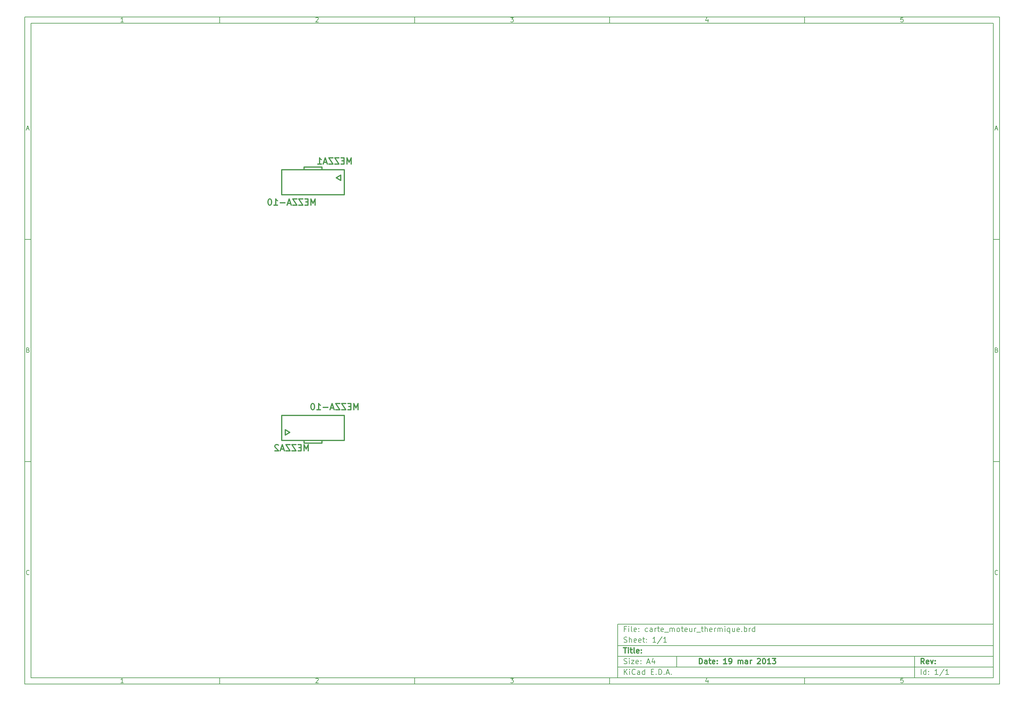
<source format=gbo>
G04 (created by PCBNEW-RS274X (2012-01-19 BZR 3256)-stable) date 19/03/2013 15:02:58*
G01*
G70*
G90*
%MOIN*%
G04 Gerber Fmt 3.4, Leading zero omitted, Abs format*
%FSLAX34Y34*%
G04 APERTURE LIST*
%ADD10C,0.006000*%
%ADD11C,0.012000*%
%ADD12C,0.014000*%
%ADD13C,0.095000*%
%ADD14R,0.095000X0.095000*%
%ADD15C,0.235000*%
%ADD16C,0.105000*%
%ADD17R,0.075000X0.075000*%
%ADD18C,0.075000*%
%ADD19R,0.090000X0.090000*%
%ADD20C,0.090000*%
%ADD21C,0.295600*%
%ADD22R,0.110000X0.082000*%
%ADD23O,0.110000X0.082000*%
G04 APERTURE END LIST*
G54D10*
X04000Y-04000D02*
X113000Y-04000D01*
X113000Y-78670D01*
X04000Y-78670D01*
X04000Y-04000D01*
X04700Y-04700D02*
X112300Y-04700D01*
X112300Y-77970D01*
X04700Y-77970D01*
X04700Y-04700D01*
X25800Y-04000D02*
X25800Y-04700D01*
X15043Y-04552D02*
X14757Y-04552D01*
X14900Y-04552D02*
X14900Y-04052D01*
X14852Y-04124D01*
X14805Y-04171D01*
X14757Y-04195D01*
X25800Y-78670D02*
X25800Y-77970D01*
X15043Y-78522D02*
X14757Y-78522D01*
X14900Y-78522D02*
X14900Y-78022D01*
X14852Y-78094D01*
X14805Y-78141D01*
X14757Y-78165D01*
X47600Y-04000D02*
X47600Y-04700D01*
X36557Y-04100D02*
X36581Y-04076D01*
X36629Y-04052D01*
X36748Y-04052D01*
X36795Y-04076D01*
X36819Y-04100D01*
X36843Y-04148D01*
X36843Y-04195D01*
X36819Y-04267D01*
X36533Y-04552D01*
X36843Y-04552D01*
X47600Y-78670D02*
X47600Y-77970D01*
X36557Y-78070D02*
X36581Y-78046D01*
X36629Y-78022D01*
X36748Y-78022D01*
X36795Y-78046D01*
X36819Y-78070D01*
X36843Y-78118D01*
X36843Y-78165D01*
X36819Y-78237D01*
X36533Y-78522D01*
X36843Y-78522D01*
X69400Y-04000D02*
X69400Y-04700D01*
X58333Y-04052D02*
X58643Y-04052D01*
X58476Y-04243D01*
X58548Y-04243D01*
X58595Y-04267D01*
X58619Y-04290D01*
X58643Y-04338D01*
X58643Y-04457D01*
X58619Y-04505D01*
X58595Y-04529D01*
X58548Y-04552D01*
X58405Y-04552D01*
X58357Y-04529D01*
X58333Y-04505D01*
X69400Y-78670D02*
X69400Y-77970D01*
X58333Y-78022D02*
X58643Y-78022D01*
X58476Y-78213D01*
X58548Y-78213D01*
X58595Y-78237D01*
X58619Y-78260D01*
X58643Y-78308D01*
X58643Y-78427D01*
X58619Y-78475D01*
X58595Y-78499D01*
X58548Y-78522D01*
X58405Y-78522D01*
X58357Y-78499D01*
X58333Y-78475D01*
X91200Y-04000D02*
X91200Y-04700D01*
X80395Y-04219D02*
X80395Y-04552D01*
X80276Y-04029D02*
X80157Y-04386D01*
X80467Y-04386D01*
X91200Y-78670D02*
X91200Y-77970D01*
X80395Y-78189D02*
X80395Y-78522D01*
X80276Y-77999D02*
X80157Y-78356D01*
X80467Y-78356D01*
X102219Y-04052D02*
X101981Y-04052D01*
X101957Y-04290D01*
X101981Y-04267D01*
X102029Y-04243D01*
X102148Y-04243D01*
X102195Y-04267D01*
X102219Y-04290D01*
X102243Y-04338D01*
X102243Y-04457D01*
X102219Y-04505D01*
X102195Y-04529D01*
X102148Y-04552D01*
X102029Y-04552D01*
X101981Y-04529D01*
X101957Y-04505D01*
X102219Y-78022D02*
X101981Y-78022D01*
X101957Y-78260D01*
X101981Y-78237D01*
X102029Y-78213D01*
X102148Y-78213D01*
X102195Y-78237D01*
X102219Y-78260D01*
X102243Y-78308D01*
X102243Y-78427D01*
X102219Y-78475D01*
X102195Y-78499D01*
X102148Y-78522D01*
X102029Y-78522D01*
X101981Y-78499D01*
X101957Y-78475D01*
X04000Y-28890D02*
X04700Y-28890D01*
X04231Y-16510D02*
X04469Y-16510D01*
X04184Y-16652D02*
X04350Y-16152D01*
X04517Y-16652D01*
X113000Y-28890D02*
X112300Y-28890D01*
X112531Y-16510D02*
X112769Y-16510D01*
X112484Y-16652D02*
X112650Y-16152D01*
X112817Y-16652D01*
X04000Y-53780D02*
X04700Y-53780D01*
X04386Y-41280D02*
X04457Y-41304D01*
X04481Y-41328D01*
X04505Y-41376D01*
X04505Y-41447D01*
X04481Y-41495D01*
X04457Y-41519D01*
X04410Y-41542D01*
X04219Y-41542D01*
X04219Y-41042D01*
X04386Y-41042D01*
X04433Y-41066D01*
X04457Y-41090D01*
X04481Y-41138D01*
X04481Y-41185D01*
X04457Y-41233D01*
X04433Y-41257D01*
X04386Y-41280D01*
X04219Y-41280D01*
X113000Y-53780D02*
X112300Y-53780D01*
X112686Y-41280D02*
X112757Y-41304D01*
X112781Y-41328D01*
X112805Y-41376D01*
X112805Y-41447D01*
X112781Y-41495D01*
X112757Y-41519D01*
X112710Y-41542D01*
X112519Y-41542D01*
X112519Y-41042D01*
X112686Y-41042D01*
X112733Y-41066D01*
X112757Y-41090D01*
X112781Y-41138D01*
X112781Y-41185D01*
X112757Y-41233D01*
X112733Y-41257D01*
X112686Y-41280D01*
X112519Y-41280D01*
X04505Y-66385D02*
X04481Y-66409D01*
X04410Y-66432D01*
X04362Y-66432D01*
X04290Y-66409D01*
X04243Y-66361D01*
X04219Y-66313D01*
X04195Y-66218D01*
X04195Y-66147D01*
X04219Y-66051D01*
X04243Y-66004D01*
X04290Y-65956D01*
X04362Y-65932D01*
X04410Y-65932D01*
X04481Y-65956D01*
X04505Y-65980D01*
X112805Y-66385D02*
X112781Y-66409D01*
X112710Y-66432D01*
X112662Y-66432D01*
X112590Y-66409D01*
X112543Y-66361D01*
X112519Y-66313D01*
X112495Y-66218D01*
X112495Y-66147D01*
X112519Y-66051D01*
X112543Y-66004D01*
X112590Y-65956D01*
X112662Y-65932D01*
X112710Y-65932D01*
X112781Y-65956D01*
X112805Y-65980D01*
G54D11*
X79443Y-76413D02*
X79443Y-75813D01*
X79586Y-75813D01*
X79671Y-75841D01*
X79729Y-75899D01*
X79757Y-75956D01*
X79786Y-76070D01*
X79786Y-76156D01*
X79757Y-76270D01*
X79729Y-76327D01*
X79671Y-76384D01*
X79586Y-76413D01*
X79443Y-76413D01*
X80300Y-76413D02*
X80300Y-76099D01*
X80271Y-76041D01*
X80214Y-76013D01*
X80100Y-76013D01*
X80043Y-76041D01*
X80300Y-76384D02*
X80243Y-76413D01*
X80100Y-76413D01*
X80043Y-76384D01*
X80014Y-76327D01*
X80014Y-76270D01*
X80043Y-76213D01*
X80100Y-76184D01*
X80243Y-76184D01*
X80300Y-76156D01*
X80500Y-76013D02*
X80729Y-76013D01*
X80586Y-75813D02*
X80586Y-76327D01*
X80614Y-76384D01*
X80672Y-76413D01*
X80729Y-76413D01*
X81157Y-76384D02*
X81100Y-76413D01*
X80986Y-76413D01*
X80929Y-76384D01*
X80900Y-76327D01*
X80900Y-76099D01*
X80929Y-76041D01*
X80986Y-76013D01*
X81100Y-76013D01*
X81157Y-76041D01*
X81186Y-76099D01*
X81186Y-76156D01*
X80900Y-76213D01*
X81443Y-76356D02*
X81471Y-76384D01*
X81443Y-76413D01*
X81414Y-76384D01*
X81443Y-76356D01*
X81443Y-76413D01*
X81443Y-76041D02*
X81471Y-76070D01*
X81443Y-76099D01*
X81414Y-76070D01*
X81443Y-76041D01*
X81443Y-76099D01*
X82500Y-76413D02*
X82157Y-76413D01*
X82329Y-76413D02*
X82329Y-75813D01*
X82272Y-75899D01*
X82214Y-75956D01*
X82157Y-75984D01*
X82785Y-76413D02*
X82900Y-76413D01*
X82957Y-76384D01*
X82985Y-76356D01*
X83043Y-76270D01*
X83071Y-76156D01*
X83071Y-75927D01*
X83043Y-75870D01*
X83014Y-75841D01*
X82957Y-75813D01*
X82843Y-75813D01*
X82785Y-75841D01*
X82757Y-75870D01*
X82728Y-75927D01*
X82728Y-76070D01*
X82757Y-76127D01*
X82785Y-76156D01*
X82843Y-76184D01*
X82957Y-76184D01*
X83014Y-76156D01*
X83043Y-76127D01*
X83071Y-76070D01*
X83785Y-76413D02*
X83785Y-76013D01*
X83785Y-76070D02*
X83813Y-76041D01*
X83871Y-76013D01*
X83956Y-76013D01*
X84013Y-76041D01*
X84042Y-76099D01*
X84042Y-76413D01*
X84042Y-76099D02*
X84071Y-76041D01*
X84128Y-76013D01*
X84213Y-76013D01*
X84271Y-76041D01*
X84299Y-76099D01*
X84299Y-76413D01*
X84842Y-76413D02*
X84842Y-76099D01*
X84813Y-76041D01*
X84756Y-76013D01*
X84642Y-76013D01*
X84585Y-76041D01*
X84842Y-76384D02*
X84785Y-76413D01*
X84642Y-76413D01*
X84585Y-76384D01*
X84556Y-76327D01*
X84556Y-76270D01*
X84585Y-76213D01*
X84642Y-76184D01*
X84785Y-76184D01*
X84842Y-76156D01*
X85128Y-76413D02*
X85128Y-76013D01*
X85128Y-76127D02*
X85156Y-76070D01*
X85185Y-76041D01*
X85242Y-76013D01*
X85299Y-76013D01*
X85927Y-75870D02*
X85956Y-75841D01*
X86013Y-75813D01*
X86156Y-75813D01*
X86213Y-75841D01*
X86242Y-75870D01*
X86270Y-75927D01*
X86270Y-75984D01*
X86242Y-76070D01*
X85899Y-76413D01*
X86270Y-76413D01*
X86641Y-75813D02*
X86698Y-75813D01*
X86755Y-75841D01*
X86784Y-75870D01*
X86813Y-75927D01*
X86841Y-76041D01*
X86841Y-76184D01*
X86813Y-76299D01*
X86784Y-76356D01*
X86755Y-76384D01*
X86698Y-76413D01*
X86641Y-76413D01*
X86584Y-76384D01*
X86555Y-76356D01*
X86527Y-76299D01*
X86498Y-76184D01*
X86498Y-76041D01*
X86527Y-75927D01*
X86555Y-75870D01*
X86584Y-75841D01*
X86641Y-75813D01*
X87412Y-76413D02*
X87069Y-76413D01*
X87241Y-76413D02*
X87241Y-75813D01*
X87184Y-75899D01*
X87126Y-75956D01*
X87069Y-75984D01*
X87612Y-75813D02*
X87983Y-75813D01*
X87783Y-76041D01*
X87869Y-76041D01*
X87926Y-76070D01*
X87955Y-76099D01*
X87983Y-76156D01*
X87983Y-76299D01*
X87955Y-76356D01*
X87926Y-76384D01*
X87869Y-76413D01*
X87697Y-76413D01*
X87640Y-76384D01*
X87612Y-76356D01*
G54D10*
X71043Y-77613D02*
X71043Y-77013D01*
X71386Y-77613D02*
X71129Y-77270D01*
X71386Y-77013D02*
X71043Y-77356D01*
X71643Y-77613D02*
X71643Y-77213D01*
X71643Y-77013D02*
X71614Y-77041D01*
X71643Y-77070D01*
X71671Y-77041D01*
X71643Y-77013D01*
X71643Y-77070D01*
X72272Y-77556D02*
X72243Y-77584D01*
X72157Y-77613D01*
X72100Y-77613D01*
X72015Y-77584D01*
X71957Y-77527D01*
X71929Y-77470D01*
X71900Y-77356D01*
X71900Y-77270D01*
X71929Y-77156D01*
X71957Y-77099D01*
X72015Y-77041D01*
X72100Y-77013D01*
X72157Y-77013D01*
X72243Y-77041D01*
X72272Y-77070D01*
X72786Y-77613D02*
X72786Y-77299D01*
X72757Y-77241D01*
X72700Y-77213D01*
X72586Y-77213D01*
X72529Y-77241D01*
X72786Y-77584D02*
X72729Y-77613D01*
X72586Y-77613D01*
X72529Y-77584D01*
X72500Y-77527D01*
X72500Y-77470D01*
X72529Y-77413D01*
X72586Y-77384D01*
X72729Y-77384D01*
X72786Y-77356D01*
X73329Y-77613D02*
X73329Y-77013D01*
X73329Y-77584D02*
X73272Y-77613D01*
X73158Y-77613D01*
X73100Y-77584D01*
X73072Y-77556D01*
X73043Y-77499D01*
X73043Y-77327D01*
X73072Y-77270D01*
X73100Y-77241D01*
X73158Y-77213D01*
X73272Y-77213D01*
X73329Y-77241D01*
X74072Y-77299D02*
X74272Y-77299D01*
X74358Y-77613D02*
X74072Y-77613D01*
X74072Y-77013D01*
X74358Y-77013D01*
X74615Y-77556D02*
X74643Y-77584D01*
X74615Y-77613D01*
X74586Y-77584D01*
X74615Y-77556D01*
X74615Y-77613D01*
X74901Y-77613D02*
X74901Y-77013D01*
X75044Y-77013D01*
X75129Y-77041D01*
X75187Y-77099D01*
X75215Y-77156D01*
X75244Y-77270D01*
X75244Y-77356D01*
X75215Y-77470D01*
X75187Y-77527D01*
X75129Y-77584D01*
X75044Y-77613D01*
X74901Y-77613D01*
X75501Y-77556D02*
X75529Y-77584D01*
X75501Y-77613D01*
X75472Y-77584D01*
X75501Y-77556D01*
X75501Y-77613D01*
X75758Y-77441D02*
X76044Y-77441D01*
X75701Y-77613D02*
X75901Y-77013D01*
X76101Y-77613D01*
X76301Y-77556D02*
X76329Y-77584D01*
X76301Y-77613D01*
X76272Y-77584D01*
X76301Y-77556D01*
X76301Y-77613D01*
G54D11*
X104586Y-76413D02*
X104386Y-76127D01*
X104243Y-76413D02*
X104243Y-75813D01*
X104471Y-75813D01*
X104529Y-75841D01*
X104557Y-75870D01*
X104586Y-75927D01*
X104586Y-76013D01*
X104557Y-76070D01*
X104529Y-76099D01*
X104471Y-76127D01*
X104243Y-76127D01*
X105071Y-76384D02*
X105014Y-76413D01*
X104900Y-76413D01*
X104843Y-76384D01*
X104814Y-76327D01*
X104814Y-76099D01*
X104843Y-76041D01*
X104900Y-76013D01*
X105014Y-76013D01*
X105071Y-76041D01*
X105100Y-76099D01*
X105100Y-76156D01*
X104814Y-76213D01*
X105300Y-76013D02*
X105443Y-76413D01*
X105585Y-76013D01*
X105814Y-76356D02*
X105842Y-76384D01*
X105814Y-76413D01*
X105785Y-76384D01*
X105814Y-76356D01*
X105814Y-76413D01*
X105814Y-76041D02*
X105842Y-76070D01*
X105814Y-76099D01*
X105785Y-76070D01*
X105814Y-76041D01*
X105814Y-76099D01*
G54D10*
X71014Y-76384D02*
X71100Y-76413D01*
X71243Y-76413D01*
X71300Y-76384D01*
X71329Y-76356D01*
X71357Y-76299D01*
X71357Y-76241D01*
X71329Y-76184D01*
X71300Y-76156D01*
X71243Y-76127D01*
X71129Y-76099D01*
X71071Y-76070D01*
X71043Y-76041D01*
X71014Y-75984D01*
X71014Y-75927D01*
X71043Y-75870D01*
X71071Y-75841D01*
X71129Y-75813D01*
X71271Y-75813D01*
X71357Y-75841D01*
X71614Y-76413D02*
X71614Y-76013D01*
X71614Y-75813D02*
X71585Y-75841D01*
X71614Y-75870D01*
X71642Y-75841D01*
X71614Y-75813D01*
X71614Y-75870D01*
X71843Y-76013D02*
X72157Y-76013D01*
X71843Y-76413D01*
X72157Y-76413D01*
X72614Y-76384D02*
X72557Y-76413D01*
X72443Y-76413D01*
X72386Y-76384D01*
X72357Y-76327D01*
X72357Y-76099D01*
X72386Y-76041D01*
X72443Y-76013D01*
X72557Y-76013D01*
X72614Y-76041D01*
X72643Y-76099D01*
X72643Y-76156D01*
X72357Y-76213D01*
X72900Y-76356D02*
X72928Y-76384D01*
X72900Y-76413D01*
X72871Y-76384D01*
X72900Y-76356D01*
X72900Y-76413D01*
X72900Y-76041D02*
X72928Y-76070D01*
X72900Y-76099D01*
X72871Y-76070D01*
X72900Y-76041D01*
X72900Y-76099D01*
X73614Y-76241D02*
X73900Y-76241D01*
X73557Y-76413D02*
X73757Y-75813D01*
X73957Y-76413D01*
X74414Y-76013D02*
X74414Y-76413D01*
X74271Y-75784D02*
X74128Y-76213D01*
X74500Y-76213D01*
X104243Y-77613D02*
X104243Y-77013D01*
X104786Y-77613D02*
X104786Y-77013D01*
X104786Y-77584D02*
X104729Y-77613D01*
X104615Y-77613D01*
X104557Y-77584D01*
X104529Y-77556D01*
X104500Y-77499D01*
X104500Y-77327D01*
X104529Y-77270D01*
X104557Y-77241D01*
X104615Y-77213D01*
X104729Y-77213D01*
X104786Y-77241D01*
X105072Y-77556D02*
X105100Y-77584D01*
X105072Y-77613D01*
X105043Y-77584D01*
X105072Y-77556D01*
X105072Y-77613D01*
X105072Y-77241D02*
X105100Y-77270D01*
X105072Y-77299D01*
X105043Y-77270D01*
X105072Y-77241D01*
X105072Y-77299D01*
X106129Y-77613D02*
X105786Y-77613D01*
X105958Y-77613D02*
X105958Y-77013D01*
X105901Y-77099D01*
X105843Y-77156D01*
X105786Y-77184D01*
X106814Y-76984D02*
X106300Y-77756D01*
X107329Y-77613D02*
X106986Y-77613D01*
X107158Y-77613D02*
X107158Y-77013D01*
X107101Y-77099D01*
X107043Y-77156D01*
X106986Y-77184D01*
G54D11*
X70957Y-74613D02*
X71300Y-74613D01*
X71129Y-75213D02*
X71129Y-74613D01*
X71500Y-75213D02*
X71500Y-74813D01*
X71500Y-74613D02*
X71471Y-74641D01*
X71500Y-74670D01*
X71528Y-74641D01*
X71500Y-74613D01*
X71500Y-74670D01*
X71700Y-74813D02*
X71929Y-74813D01*
X71786Y-74613D02*
X71786Y-75127D01*
X71814Y-75184D01*
X71872Y-75213D01*
X71929Y-75213D01*
X72215Y-75213D02*
X72157Y-75184D01*
X72129Y-75127D01*
X72129Y-74613D01*
X72671Y-75184D02*
X72614Y-75213D01*
X72500Y-75213D01*
X72443Y-75184D01*
X72414Y-75127D01*
X72414Y-74899D01*
X72443Y-74841D01*
X72500Y-74813D01*
X72614Y-74813D01*
X72671Y-74841D01*
X72700Y-74899D01*
X72700Y-74956D01*
X72414Y-75013D01*
X72957Y-75156D02*
X72985Y-75184D01*
X72957Y-75213D01*
X72928Y-75184D01*
X72957Y-75156D01*
X72957Y-75213D01*
X72957Y-74841D02*
X72985Y-74870D01*
X72957Y-74899D01*
X72928Y-74870D01*
X72957Y-74841D01*
X72957Y-74899D01*
G54D10*
X71243Y-72499D02*
X71043Y-72499D01*
X71043Y-72813D02*
X71043Y-72213D01*
X71329Y-72213D01*
X71557Y-72813D02*
X71557Y-72413D01*
X71557Y-72213D02*
X71528Y-72241D01*
X71557Y-72270D01*
X71585Y-72241D01*
X71557Y-72213D01*
X71557Y-72270D01*
X71929Y-72813D02*
X71871Y-72784D01*
X71843Y-72727D01*
X71843Y-72213D01*
X72385Y-72784D02*
X72328Y-72813D01*
X72214Y-72813D01*
X72157Y-72784D01*
X72128Y-72727D01*
X72128Y-72499D01*
X72157Y-72441D01*
X72214Y-72413D01*
X72328Y-72413D01*
X72385Y-72441D01*
X72414Y-72499D01*
X72414Y-72556D01*
X72128Y-72613D01*
X72671Y-72756D02*
X72699Y-72784D01*
X72671Y-72813D01*
X72642Y-72784D01*
X72671Y-72756D01*
X72671Y-72813D01*
X72671Y-72441D02*
X72699Y-72470D01*
X72671Y-72499D01*
X72642Y-72470D01*
X72671Y-72441D01*
X72671Y-72499D01*
X73671Y-72784D02*
X73614Y-72813D01*
X73500Y-72813D01*
X73442Y-72784D01*
X73414Y-72756D01*
X73385Y-72699D01*
X73385Y-72527D01*
X73414Y-72470D01*
X73442Y-72441D01*
X73500Y-72413D01*
X73614Y-72413D01*
X73671Y-72441D01*
X74185Y-72813D02*
X74185Y-72499D01*
X74156Y-72441D01*
X74099Y-72413D01*
X73985Y-72413D01*
X73928Y-72441D01*
X74185Y-72784D02*
X74128Y-72813D01*
X73985Y-72813D01*
X73928Y-72784D01*
X73899Y-72727D01*
X73899Y-72670D01*
X73928Y-72613D01*
X73985Y-72584D01*
X74128Y-72584D01*
X74185Y-72556D01*
X74471Y-72813D02*
X74471Y-72413D01*
X74471Y-72527D02*
X74499Y-72470D01*
X74528Y-72441D01*
X74585Y-72413D01*
X74642Y-72413D01*
X74756Y-72413D02*
X74985Y-72413D01*
X74842Y-72213D02*
X74842Y-72727D01*
X74870Y-72784D01*
X74928Y-72813D01*
X74985Y-72813D01*
X75413Y-72784D02*
X75356Y-72813D01*
X75242Y-72813D01*
X75185Y-72784D01*
X75156Y-72727D01*
X75156Y-72499D01*
X75185Y-72441D01*
X75242Y-72413D01*
X75356Y-72413D01*
X75413Y-72441D01*
X75442Y-72499D01*
X75442Y-72556D01*
X75156Y-72613D01*
X75556Y-72870D02*
X76013Y-72870D01*
X76156Y-72813D02*
X76156Y-72413D01*
X76156Y-72470D02*
X76184Y-72441D01*
X76242Y-72413D01*
X76327Y-72413D01*
X76384Y-72441D01*
X76413Y-72499D01*
X76413Y-72813D01*
X76413Y-72499D02*
X76442Y-72441D01*
X76499Y-72413D01*
X76584Y-72413D01*
X76642Y-72441D01*
X76670Y-72499D01*
X76670Y-72813D01*
X77042Y-72813D02*
X76984Y-72784D01*
X76956Y-72756D01*
X76927Y-72699D01*
X76927Y-72527D01*
X76956Y-72470D01*
X76984Y-72441D01*
X77042Y-72413D01*
X77127Y-72413D01*
X77184Y-72441D01*
X77213Y-72470D01*
X77242Y-72527D01*
X77242Y-72699D01*
X77213Y-72756D01*
X77184Y-72784D01*
X77127Y-72813D01*
X77042Y-72813D01*
X77413Y-72413D02*
X77642Y-72413D01*
X77499Y-72213D02*
X77499Y-72727D01*
X77527Y-72784D01*
X77585Y-72813D01*
X77642Y-72813D01*
X78070Y-72784D02*
X78013Y-72813D01*
X77899Y-72813D01*
X77842Y-72784D01*
X77813Y-72727D01*
X77813Y-72499D01*
X77842Y-72441D01*
X77899Y-72413D01*
X78013Y-72413D01*
X78070Y-72441D01*
X78099Y-72499D01*
X78099Y-72556D01*
X77813Y-72613D01*
X78613Y-72413D02*
X78613Y-72813D01*
X78356Y-72413D02*
X78356Y-72727D01*
X78384Y-72784D01*
X78442Y-72813D01*
X78527Y-72813D01*
X78584Y-72784D01*
X78613Y-72756D01*
X78899Y-72813D02*
X78899Y-72413D01*
X78899Y-72527D02*
X78927Y-72470D01*
X78956Y-72441D01*
X79013Y-72413D01*
X79070Y-72413D01*
X79127Y-72870D02*
X79584Y-72870D01*
X79641Y-72413D02*
X79870Y-72413D01*
X79727Y-72213D02*
X79727Y-72727D01*
X79755Y-72784D01*
X79813Y-72813D01*
X79870Y-72813D01*
X80070Y-72813D02*
X80070Y-72213D01*
X80327Y-72813D02*
X80327Y-72499D01*
X80298Y-72441D01*
X80241Y-72413D01*
X80156Y-72413D01*
X80098Y-72441D01*
X80070Y-72470D01*
X80841Y-72784D02*
X80784Y-72813D01*
X80670Y-72813D01*
X80613Y-72784D01*
X80584Y-72727D01*
X80584Y-72499D01*
X80613Y-72441D01*
X80670Y-72413D01*
X80784Y-72413D01*
X80841Y-72441D01*
X80870Y-72499D01*
X80870Y-72556D01*
X80584Y-72613D01*
X81127Y-72813D02*
X81127Y-72413D01*
X81127Y-72527D02*
X81155Y-72470D01*
X81184Y-72441D01*
X81241Y-72413D01*
X81298Y-72413D01*
X81498Y-72813D02*
X81498Y-72413D01*
X81498Y-72470D02*
X81526Y-72441D01*
X81584Y-72413D01*
X81669Y-72413D01*
X81726Y-72441D01*
X81755Y-72499D01*
X81755Y-72813D01*
X81755Y-72499D02*
X81784Y-72441D01*
X81841Y-72413D01*
X81926Y-72413D01*
X81984Y-72441D01*
X82012Y-72499D01*
X82012Y-72813D01*
X82298Y-72813D02*
X82298Y-72413D01*
X82298Y-72213D02*
X82269Y-72241D01*
X82298Y-72270D01*
X82326Y-72241D01*
X82298Y-72213D01*
X82298Y-72270D01*
X82841Y-72413D02*
X82841Y-73013D01*
X82841Y-72784D02*
X82784Y-72813D01*
X82670Y-72813D01*
X82612Y-72784D01*
X82584Y-72756D01*
X82555Y-72699D01*
X82555Y-72527D01*
X82584Y-72470D01*
X82612Y-72441D01*
X82670Y-72413D01*
X82784Y-72413D01*
X82841Y-72441D01*
X83384Y-72413D02*
X83384Y-72813D01*
X83127Y-72413D02*
X83127Y-72727D01*
X83155Y-72784D01*
X83213Y-72813D01*
X83298Y-72813D01*
X83355Y-72784D01*
X83384Y-72756D01*
X83898Y-72784D02*
X83841Y-72813D01*
X83727Y-72813D01*
X83670Y-72784D01*
X83641Y-72727D01*
X83641Y-72499D01*
X83670Y-72441D01*
X83727Y-72413D01*
X83841Y-72413D01*
X83898Y-72441D01*
X83927Y-72499D01*
X83927Y-72556D01*
X83641Y-72613D01*
X84184Y-72756D02*
X84212Y-72784D01*
X84184Y-72813D01*
X84155Y-72784D01*
X84184Y-72756D01*
X84184Y-72813D01*
X84470Y-72813D02*
X84470Y-72213D01*
X84470Y-72441D02*
X84527Y-72413D01*
X84641Y-72413D01*
X84698Y-72441D01*
X84727Y-72470D01*
X84756Y-72527D01*
X84756Y-72699D01*
X84727Y-72756D01*
X84698Y-72784D01*
X84641Y-72813D01*
X84527Y-72813D01*
X84470Y-72784D01*
X85013Y-72813D02*
X85013Y-72413D01*
X85013Y-72527D02*
X85041Y-72470D01*
X85070Y-72441D01*
X85127Y-72413D01*
X85184Y-72413D01*
X85641Y-72813D02*
X85641Y-72213D01*
X85641Y-72784D02*
X85584Y-72813D01*
X85470Y-72813D01*
X85412Y-72784D01*
X85384Y-72756D01*
X85355Y-72699D01*
X85355Y-72527D01*
X85384Y-72470D01*
X85412Y-72441D01*
X85470Y-72413D01*
X85584Y-72413D01*
X85641Y-72441D01*
X71014Y-73984D02*
X71100Y-74013D01*
X71243Y-74013D01*
X71300Y-73984D01*
X71329Y-73956D01*
X71357Y-73899D01*
X71357Y-73841D01*
X71329Y-73784D01*
X71300Y-73756D01*
X71243Y-73727D01*
X71129Y-73699D01*
X71071Y-73670D01*
X71043Y-73641D01*
X71014Y-73584D01*
X71014Y-73527D01*
X71043Y-73470D01*
X71071Y-73441D01*
X71129Y-73413D01*
X71271Y-73413D01*
X71357Y-73441D01*
X71614Y-74013D02*
X71614Y-73413D01*
X71871Y-74013D02*
X71871Y-73699D01*
X71842Y-73641D01*
X71785Y-73613D01*
X71700Y-73613D01*
X71642Y-73641D01*
X71614Y-73670D01*
X72385Y-73984D02*
X72328Y-74013D01*
X72214Y-74013D01*
X72157Y-73984D01*
X72128Y-73927D01*
X72128Y-73699D01*
X72157Y-73641D01*
X72214Y-73613D01*
X72328Y-73613D01*
X72385Y-73641D01*
X72414Y-73699D01*
X72414Y-73756D01*
X72128Y-73813D01*
X72899Y-73984D02*
X72842Y-74013D01*
X72728Y-74013D01*
X72671Y-73984D01*
X72642Y-73927D01*
X72642Y-73699D01*
X72671Y-73641D01*
X72728Y-73613D01*
X72842Y-73613D01*
X72899Y-73641D01*
X72928Y-73699D01*
X72928Y-73756D01*
X72642Y-73813D01*
X73099Y-73613D02*
X73328Y-73613D01*
X73185Y-73413D02*
X73185Y-73927D01*
X73213Y-73984D01*
X73271Y-74013D01*
X73328Y-74013D01*
X73528Y-73956D02*
X73556Y-73984D01*
X73528Y-74013D01*
X73499Y-73984D01*
X73528Y-73956D01*
X73528Y-74013D01*
X73528Y-73641D02*
X73556Y-73670D01*
X73528Y-73699D01*
X73499Y-73670D01*
X73528Y-73641D01*
X73528Y-73699D01*
X74585Y-74013D02*
X74242Y-74013D01*
X74414Y-74013D02*
X74414Y-73413D01*
X74357Y-73499D01*
X74299Y-73556D01*
X74242Y-73584D01*
X75270Y-73384D02*
X74756Y-74156D01*
X75785Y-74013D02*
X75442Y-74013D01*
X75614Y-74013D02*
X75614Y-73413D01*
X75557Y-73499D01*
X75499Y-73556D01*
X75442Y-73584D01*
X70300Y-71970D02*
X70300Y-77970D01*
X70300Y-71970D02*
X112300Y-71970D01*
X70300Y-71970D02*
X112300Y-71970D01*
X70300Y-74370D02*
X112300Y-74370D01*
X103500Y-75570D02*
X103500Y-77970D01*
X70300Y-76770D02*
X112300Y-76770D01*
X70300Y-75570D02*
X112300Y-75570D01*
X76900Y-75570D02*
X76900Y-76770D01*
G54D12*
X37250Y-21100D02*
X35250Y-21100D01*
X37250Y-20800D02*
X35250Y-20800D01*
X39750Y-21100D02*
X39750Y-23900D01*
X32750Y-21100D02*
X32750Y-23900D01*
X37250Y-20800D02*
X37250Y-21100D01*
X37250Y-21100D02*
X39750Y-21100D01*
X39750Y-23900D02*
X32750Y-23900D01*
X32750Y-21100D02*
X35250Y-21100D01*
X35250Y-21100D02*
X35250Y-20800D01*
X38850Y-22000D02*
X39350Y-22300D01*
X39350Y-22300D02*
X39350Y-21700D01*
X39350Y-21700D02*
X38850Y-22000D01*
X35250Y-51400D02*
X37250Y-51400D01*
X35250Y-51700D02*
X37250Y-51700D01*
X32750Y-51400D02*
X32750Y-48600D01*
X39750Y-51400D02*
X39750Y-48600D01*
X35250Y-51700D02*
X35250Y-51400D01*
X35250Y-51400D02*
X32750Y-51400D01*
X32750Y-48600D02*
X39750Y-48600D01*
X39750Y-51400D02*
X37250Y-51400D01*
X37250Y-51400D02*
X37250Y-51700D01*
X33650Y-50500D02*
X33150Y-50200D01*
X33150Y-50200D02*
X33150Y-50800D01*
X33150Y-50800D02*
X33650Y-50500D01*
G54D11*
X40500Y-20483D02*
X40500Y-19783D01*
X40267Y-20283D01*
X40034Y-19783D01*
X40034Y-20483D01*
X39700Y-20117D02*
X39467Y-20117D01*
X39367Y-20483D02*
X39700Y-20483D01*
X39700Y-19783D01*
X39367Y-19783D01*
X39134Y-19783D02*
X38667Y-19783D01*
X39134Y-20483D01*
X38667Y-20483D01*
X38467Y-19783D02*
X38000Y-19783D01*
X38467Y-20483D01*
X38000Y-20483D01*
X37767Y-20283D02*
X37433Y-20283D01*
X37833Y-20483D02*
X37600Y-19783D01*
X37367Y-20483D01*
X36767Y-20483D02*
X37167Y-20483D01*
X36967Y-20483D02*
X36967Y-19783D01*
X37033Y-19883D01*
X37100Y-19950D01*
X37167Y-19983D01*
X36467Y-25083D02*
X36467Y-24383D01*
X36234Y-24883D01*
X36001Y-24383D01*
X36001Y-25083D01*
X35667Y-24717D02*
X35434Y-24717D01*
X35334Y-25083D02*
X35667Y-25083D01*
X35667Y-24383D01*
X35334Y-24383D01*
X35101Y-24383D02*
X34634Y-24383D01*
X35101Y-25083D01*
X34634Y-25083D01*
X34434Y-24383D02*
X33967Y-24383D01*
X34434Y-25083D01*
X33967Y-25083D01*
X33734Y-24883D02*
X33400Y-24883D01*
X33800Y-25083D02*
X33567Y-24383D01*
X33334Y-25083D01*
X33100Y-24817D02*
X32567Y-24817D01*
X31867Y-25083D02*
X32267Y-25083D01*
X32067Y-25083D02*
X32067Y-24383D01*
X32133Y-24483D01*
X32200Y-24550D01*
X32267Y-24583D01*
X31433Y-24383D02*
X31366Y-24383D01*
X31300Y-24417D01*
X31266Y-24450D01*
X31233Y-24517D01*
X31200Y-24650D01*
X31200Y-24817D01*
X31233Y-24950D01*
X31266Y-25017D01*
X31300Y-25050D01*
X31366Y-25083D01*
X31433Y-25083D01*
X31500Y-25050D01*
X31533Y-25017D01*
X31566Y-24950D01*
X31600Y-24817D01*
X31600Y-24650D01*
X31566Y-24517D01*
X31533Y-24450D01*
X31500Y-24417D01*
X31433Y-24383D01*
X35700Y-52583D02*
X35700Y-51883D01*
X35467Y-52383D01*
X35234Y-51883D01*
X35234Y-52583D01*
X34900Y-52217D02*
X34667Y-52217D01*
X34567Y-52583D02*
X34900Y-52583D01*
X34900Y-51883D01*
X34567Y-51883D01*
X34334Y-51883D02*
X33867Y-51883D01*
X34334Y-52583D01*
X33867Y-52583D01*
X33667Y-51883D02*
X33200Y-51883D01*
X33667Y-52583D01*
X33200Y-52583D01*
X32967Y-52383D02*
X32633Y-52383D01*
X33033Y-52583D02*
X32800Y-51883D01*
X32567Y-52583D01*
X32367Y-51950D02*
X32333Y-51917D01*
X32267Y-51883D01*
X32100Y-51883D01*
X32033Y-51917D01*
X32000Y-51950D01*
X31967Y-52017D01*
X31967Y-52083D01*
X32000Y-52183D01*
X32400Y-52583D01*
X31967Y-52583D01*
X41267Y-47983D02*
X41267Y-47283D01*
X41034Y-47783D01*
X40801Y-47283D01*
X40801Y-47983D01*
X40467Y-47617D02*
X40234Y-47617D01*
X40134Y-47983D02*
X40467Y-47983D01*
X40467Y-47283D01*
X40134Y-47283D01*
X39901Y-47283D02*
X39434Y-47283D01*
X39901Y-47983D01*
X39434Y-47983D01*
X39234Y-47283D02*
X38767Y-47283D01*
X39234Y-47983D01*
X38767Y-47983D01*
X38534Y-47783D02*
X38200Y-47783D01*
X38600Y-47983D02*
X38367Y-47283D01*
X38134Y-47983D01*
X37900Y-47717D02*
X37367Y-47717D01*
X36667Y-47983D02*
X37067Y-47983D01*
X36867Y-47983D02*
X36867Y-47283D01*
X36933Y-47383D01*
X37000Y-47450D01*
X37067Y-47483D01*
X36233Y-47283D02*
X36166Y-47283D01*
X36100Y-47317D01*
X36066Y-47350D01*
X36033Y-47417D01*
X36000Y-47550D01*
X36000Y-47717D01*
X36033Y-47850D01*
X36066Y-47917D01*
X36100Y-47950D01*
X36166Y-47983D01*
X36233Y-47983D01*
X36300Y-47950D01*
X36333Y-47917D01*
X36366Y-47850D01*
X36400Y-47717D01*
X36400Y-47550D01*
X36366Y-47417D01*
X36333Y-47350D01*
X36300Y-47317D01*
X36233Y-47283D01*
%LPC*%
G54D13*
X37750Y-39000D03*
X34750Y-39000D03*
X34750Y-37500D03*
X37750Y-37500D03*
G54D14*
X22000Y-38250D03*
G54D13*
X22000Y-39250D03*
G54D15*
X41750Y-22500D03*
X30750Y-22500D03*
G54D16*
X38250Y-22000D03*
X38250Y-23000D03*
X37250Y-22000D03*
X37250Y-23000D03*
X36250Y-22000D03*
X36250Y-23000D03*
X35250Y-22000D03*
X35250Y-23000D03*
X34250Y-22000D03*
X34250Y-23000D03*
G54D15*
X30750Y-50000D03*
X41750Y-50000D03*
G54D16*
X34250Y-50500D03*
X34250Y-49500D03*
X35250Y-50500D03*
X35250Y-49500D03*
X36250Y-50500D03*
X36250Y-49500D03*
X37250Y-50500D03*
X37250Y-49500D03*
X38250Y-50500D03*
X38250Y-49500D03*
G54D17*
X28250Y-38250D03*
G54D18*
X25250Y-38250D03*
G54D19*
X39750Y-29500D03*
G54D20*
X38750Y-29500D03*
G54D13*
X38750Y-31500D03*
X39750Y-31500D03*
G54D21*
X22000Y-50250D03*
X50500Y-50250D03*
X50500Y-22000D03*
G54D22*
X37750Y-33000D03*
G54D23*
X37750Y-34000D03*
X37750Y-35000D03*
X37750Y-36000D03*
X40750Y-36000D03*
X40750Y-35000D03*
X40750Y-34000D03*
X40750Y-33000D03*
G54D22*
X34750Y-36000D03*
G54D23*
X34750Y-35000D03*
X34750Y-34000D03*
X34750Y-33000D03*
X31750Y-33000D03*
X31750Y-34000D03*
X31750Y-35000D03*
X31750Y-36000D03*
G54D19*
X33750Y-29500D03*
G54D20*
X32750Y-29500D03*
X32750Y-31500D03*
X33750Y-31500D03*
G54D13*
X37750Y-30500D03*
X34250Y-26250D03*
X32000Y-27000D03*
M02*

</source>
